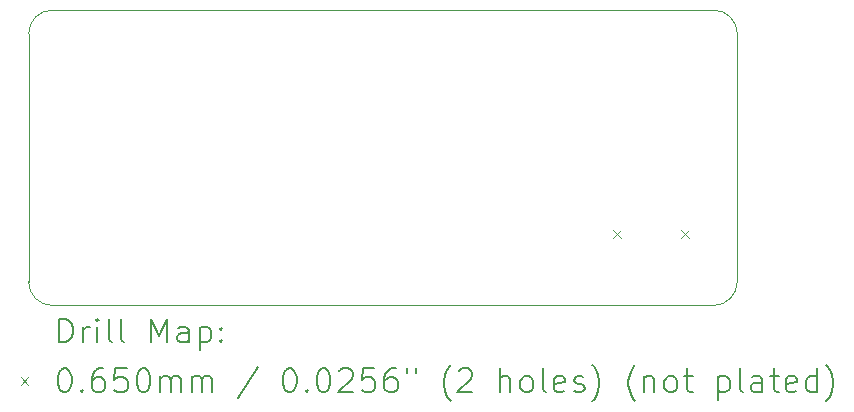
<source format=gbr>
%TF.GenerationSoftware,KiCad,Pcbnew,7.0.6-7.0.6~ubuntu22.04.1*%
%TF.CreationDate,2023-07-20T16:44:24-04:00*%
%TF.ProjectId,f1c_linux,6631635f-6c69-46e7-9578-2e6b69636164,1*%
%TF.SameCoordinates,Original*%
%TF.FileFunction,Drillmap*%
%TF.FilePolarity,Positive*%
%FSLAX45Y45*%
G04 Gerber Fmt 4.5, Leading zero omitted, Abs format (unit mm)*
G04 Created by KiCad (PCBNEW 7.0.6-7.0.6~ubuntu22.04.1) date 2023-07-20 16:44:24*
%MOMM*%
%LPD*%
G01*
G04 APERTURE LIST*
%ADD10C,0.038100*%
%ADD11C,0.200000*%
%ADD12C,0.065000*%
G04 APERTURE END LIST*
D10*
X11850000Y-4300000D02*
X11850000Y-4300000D01*
G75*
G02*
X12050000Y-4500000I0J-200000D01*
G01*
X12050000Y-6600000D01*
G75*
G02*
X11850000Y-6800000I-200000J0D01*
G01*
X6250000Y-6800000D01*
G75*
G02*
X6050000Y-6600000I0J200000D01*
G01*
X6050000Y-4500000D01*
G75*
G02*
X6250000Y-4300000I200000J0D01*
G01*
X11850000Y-4300000D01*
D11*
D12*
X10998500Y-6160500D02*
X11063500Y-6225500D01*
X11063500Y-6160500D02*
X10998500Y-6225500D01*
X11576500Y-6160500D02*
X11641500Y-6225500D01*
X11641500Y-6160500D02*
X11576500Y-6225500D01*
D11*
X6308872Y-7113389D02*
X6308872Y-6913389D01*
X6308872Y-6913389D02*
X6356491Y-6913389D01*
X6356491Y-6913389D02*
X6385062Y-6922913D01*
X6385062Y-6922913D02*
X6404110Y-6941960D01*
X6404110Y-6941960D02*
X6413634Y-6961008D01*
X6413634Y-6961008D02*
X6423157Y-6999103D01*
X6423157Y-6999103D02*
X6423157Y-7027674D01*
X6423157Y-7027674D02*
X6413634Y-7065770D01*
X6413634Y-7065770D02*
X6404110Y-7084817D01*
X6404110Y-7084817D02*
X6385062Y-7103865D01*
X6385062Y-7103865D02*
X6356491Y-7113389D01*
X6356491Y-7113389D02*
X6308872Y-7113389D01*
X6508872Y-7113389D02*
X6508872Y-6980055D01*
X6508872Y-7018151D02*
X6518396Y-6999103D01*
X6518396Y-6999103D02*
X6527919Y-6989579D01*
X6527919Y-6989579D02*
X6546967Y-6980055D01*
X6546967Y-6980055D02*
X6566015Y-6980055D01*
X6632681Y-7113389D02*
X6632681Y-6980055D01*
X6632681Y-6913389D02*
X6623157Y-6922913D01*
X6623157Y-6922913D02*
X6632681Y-6932436D01*
X6632681Y-6932436D02*
X6642205Y-6922913D01*
X6642205Y-6922913D02*
X6632681Y-6913389D01*
X6632681Y-6913389D02*
X6632681Y-6932436D01*
X6756491Y-7113389D02*
X6737443Y-7103865D01*
X6737443Y-7103865D02*
X6727919Y-7084817D01*
X6727919Y-7084817D02*
X6727919Y-6913389D01*
X6861253Y-7113389D02*
X6842205Y-7103865D01*
X6842205Y-7103865D02*
X6832681Y-7084817D01*
X6832681Y-7084817D02*
X6832681Y-6913389D01*
X7089824Y-7113389D02*
X7089824Y-6913389D01*
X7089824Y-6913389D02*
X7156491Y-7056246D01*
X7156491Y-7056246D02*
X7223157Y-6913389D01*
X7223157Y-6913389D02*
X7223157Y-7113389D01*
X7404110Y-7113389D02*
X7404110Y-7008627D01*
X7404110Y-7008627D02*
X7394586Y-6989579D01*
X7394586Y-6989579D02*
X7375538Y-6980055D01*
X7375538Y-6980055D02*
X7337443Y-6980055D01*
X7337443Y-6980055D02*
X7318396Y-6989579D01*
X7404110Y-7103865D02*
X7385062Y-7113389D01*
X7385062Y-7113389D02*
X7337443Y-7113389D01*
X7337443Y-7113389D02*
X7318396Y-7103865D01*
X7318396Y-7103865D02*
X7308872Y-7084817D01*
X7308872Y-7084817D02*
X7308872Y-7065770D01*
X7308872Y-7065770D02*
X7318396Y-7046722D01*
X7318396Y-7046722D02*
X7337443Y-7037198D01*
X7337443Y-7037198D02*
X7385062Y-7037198D01*
X7385062Y-7037198D02*
X7404110Y-7027674D01*
X7499348Y-6980055D02*
X7499348Y-7180055D01*
X7499348Y-6989579D02*
X7518396Y-6980055D01*
X7518396Y-6980055D02*
X7556491Y-6980055D01*
X7556491Y-6980055D02*
X7575538Y-6989579D01*
X7575538Y-6989579D02*
X7585062Y-6999103D01*
X7585062Y-6999103D02*
X7594586Y-7018151D01*
X7594586Y-7018151D02*
X7594586Y-7075293D01*
X7594586Y-7075293D02*
X7585062Y-7094341D01*
X7585062Y-7094341D02*
X7575538Y-7103865D01*
X7575538Y-7103865D02*
X7556491Y-7113389D01*
X7556491Y-7113389D02*
X7518396Y-7113389D01*
X7518396Y-7113389D02*
X7499348Y-7103865D01*
X7680300Y-7094341D02*
X7689824Y-7103865D01*
X7689824Y-7103865D02*
X7680300Y-7113389D01*
X7680300Y-7113389D02*
X7670777Y-7103865D01*
X7670777Y-7103865D02*
X7680300Y-7094341D01*
X7680300Y-7094341D02*
X7680300Y-7113389D01*
X7680300Y-6989579D02*
X7689824Y-6999103D01*
X7689824Y-6999103D02*
X7680300Y-7008627D01*
X7680300Y-7008627D02*
X7670777Y-6999103D01*
X7670777Y-6999103D02*
X7680300Y-6989579D01*
X7680300Y-6989579D02*
X7680300Y-7008627D01*
D12*
X5983095Y-7409405D02*
X6048095Y-7474405D01*
X6048095Y-7409405D02*
X5983095Y-7474405D01*
D11*
X6346967Y-7333389D02*
X6366015Y-7333389D01*
X6366015Y-7333389D02*
X6385062Y-7342913D01*
X6385062Y-7342913D02*
X6394586Y-7352436D01*
X6394586Y-7352436D02*
X6404110Y-7371484D01*
X6404110Y-7371484D02*
X6413634Y-7409579D01*
X6413634Y-7409579D02*
X6413634Y-7457198D01*
X6413634Y-7457198D02*
X6404110Y-7495293D01*
X6404110Y-7495293D02*
X6394586Y-7514341D01*
X6394586Y-7514341D02*
X6385062Y-7523865D01*
X6385062Y-7523865D02*
X6366015Y-7533389D01*
X6366015Y-7533389D02*
X6346967Y-7533389D01*
X6346967Y-7533389D02*
X6327919Y-7523865D01*
X6327919Y-7523865D02*
X6318396Y-7514341D01*
X6318396Y-7514341D02*
X6308872Y-7495293D01*
X6308872Y-7495293D02*
X6299348Y-7457198D01*
X6299348Y-7457198D02*
X6299348Y-7409579D01*
X6299348Y-7409579D02*
X6308872Y-7371484D01*
X6308872Y-7371484D02*
X6318396Y-7352436D01*
X6318396Y-7352436D02*
X6327919Y-7342913D01*
X6327919Y-7342913D02*
X6346967Y-7333389D01*
X6499348Y-7514341D02*
X6508872Y-7523865D01*
X6508872Y-7523865D02*
X6499348Y-7533389D01*
X6499348Y-7533389D02*
X6489824Y-7523865D01*
X6489824Y-7523865D02*
X6499348Y-7514341D01*
X6499348Y-7514341D02*
X6499348Y-7533389D01*
X6680300Y-7333389D02*
X6642205Y-7333389D01*
X6642205Y-7333389D02*
X6623157Y-7342913D01*
X6623157Y-7342913D02*
X6613634Y-7352436D01*
X6613634Y-7352436D02*
X6594586Y-7381008D01*
X6594586Y-7381008D02*
X6585062Y-7419103D01*
X6585062Y-7419103D02*
X6585062Y-7495293D01*
X6585062Y-7495293D02*
X6594586Y-7514341D01*
X6594586Y-7514341D02*
X6604110Y-7523865D01*
X6604110Y-7523865D02*
X6623157Y-7533389D01*
X6623157Y-7533389D02*
X6661253Y-7533389D01*
X6661253Y-7533389D02*
X6680300Y-7523865D01*
X6680300Y-7523865D02*
X6689824Y-7514341D01*
X6689824Y-7514341D02*
X6699348Y-7495293D01*
X6699348Y-7495293D02*
X6699348Y-7447674D01*
X6699348Y-7447674D02*
X6689824Y-7428627D01*
X6689824Y-7428627D02*
X6680300Y-7419103D01*
X6680300Y-7419103D02*
X6661253Y-7409579D01*
X6661253Y-7409579D02*
X6623157Y-7409579D01*
X6623157Y-7409579D02*
X6604110Y-7419103D01*
X6604110Y-7419103D02*
X6594586Y-7428627D01*
X6594586Y-7428627D02*
X6585062Y-7447674D01*
X6880300Y-7333389D02*
X6785062Y-7333389D01*
X6785062Y-7333389D02*
X6775538Y-7428627D01*
X6775538Y-7428627D02*
X6785062Y-7419103D01*
X6785062Y-7419103D02*
X6804110Y-7409579D01*
X6804110Y-7409579D02*
X6851729Y-7409579D01*
X6851729Y-7409579D02*
X6870777Y-7419103D01*
X6870777Y-7419103D02*
X6880300Y-7428627D01*
X6880300Y-7428627D02*
X6889824Y-7447674D01*
X6889824Y-7447674D02*
X6889824Y-7495293D01*
X6889824Y-7495293D02*
X6880300Y-7514341D01*
X6880300Y-7514341D02*
X6870777Y-7523865D01*
X6870777Y-7523865D02*
X6851729Y-7533389D01*
X6851729Y-7533389D02*
X6804110Y-7533389D01*
X6804110Y-7533389D02*
X6785062Y-7523865D01*
X6785062Y-7523865D02*
X6775538Y-7514341D01*
X7013634Y-7333389D02*
X7032681Y-7333389D01*
X7032681Y-7333389D02*
X7051729Y-7342913D01*
X7051729Y-7342913D02*
X7061253Y-7352436D01*
X7061253Y-7352436D02*
X7070777Y-7371484D01*
X7070777Y-7371484D02*
X7080300Y-7409579D01*
X7080300Y-7409579D02*
X7080300Y-7457198D01*
X7080300Y-7457198D02*
X7070777Y-7495293D01*
X7070777Y-7495293D02*
X7061253Y-7514341D01*
X7061253Y-7514341D02*
X7051729Y-7523865D01*
X7051729Y-7523865D02*
X7032681Y-7533389D01*
X7032681Y-7533389D02*
X7013634Y-7533389D01*
X7013634Y-7533389D02*
X6994586Y-7523865D01*
X6994586Y-7523865D02*
X6985062Y-7514341D01*
X6985062Y-7514341D02*
X6975538Y-7495293D01*
X6975538Y-7495293D02*
X6966015Y-7457198D01*
X6966015Y-7457198D02*
X6966015Y-7409579D01*
X6966015Y-7409579D02*
X6975538Y-7371484D01*
X6975538Y-7371484D02*
X6985062Y-7352436D01*
X6985062Y-7352436D02*
X6994586Y-7342913D01*
X6994586Y-7342913D02*
X7013634Y-7333389D01*
X7166015Y-7533389D02*
X7166015Y-7400055D01*
X7166015Y-7419103D02*
X7175538Y-7409579D01*
X7175538Y-7409579D02*
X7194586Y-7400055D01*
X7194586Y-7400055D02*
X7223158Y-7400055D01*
X7223158Y-7400055D02*
X7242205Y-7409579D01*
X7242205Y-7409579D02*
X7251729Y-7428627D01*
X7251729Y-7428627D02*
X7251729Y-7533389D01*
X7251729Y-7428627D02*
X7261253Y-7409579D01*
X7261253Y-7409579D02*
X7280300Y-7400055D01*
X7280300Y-7400055D02*
X7308872Y-7400055D01*
X7308872Y-7400055D02*
X7327919Y-7409579D01*
X7327919Y-7409579D02*
X7337443Y-7428627D01*
X7337443Y-7428627D02*
X7337443Y-7533389D01*
X7432681Y-7533389D02*
X7432681Y-7400055D01*
X7432681Y-7419103D02*
X7442205Y-7409579D01*
X7442205Y-7409579D02*
X7461253Y-7400055D01*
X7461253Y-7400055D02*
X7489824Y-7400055D01*
X7489824Y-7400055D02*
X7508872Y-7409579D01*
X7508872Y-7409579D02*
X7518396Y-7428627D01*
X7518396Y-7428627D02*
X7518396Y-7533389D01*
X7518396Y-7428627D02*
X7527919Y-7409579D01*
X7527919Y-7409579D02*
X7546967Y-7400055D01*
X7546967Y-7400055D02*
X7575538Y-7400055D01*
X7575538Y-7400055D02*
X7594586Y-7409579D01*
X7594586Y-7409579D02*
X7604110Y-7428627D01*
X7604110Y-7428627D02*
X7604110Y-7533389D01*
X7994586Y-7323865D02*
X7823158Y-7581008D01*
X8251729Y-7333389D02*
X8270777Y-7333389D01*
X8270777Y-7333389D02*
X8289824Y-7342913D01*
X8289824Y-7342913D02*
X8299348Y-7352436D01*
X8299348Y-7352436D02*
X8308872Y-7371484D01*
X8308872Y-7371484D02*
X8318396Y-7409579D01*
X8318396Y-7409579D02*
X8318396Y-7457198D01*
X8318396Y-7457198D02*
X8308872Y-7495293D01*
X8308872Y-7495293D02*
X8299348Y-7514341D01*
X8299348Y-7514341D02*
X8289824Y-7523865D01*
X8289824Y-7523865D02*
X8270777Y-7533389D01*
X8270777Y-7533389D02*
X8251729Y-7533389D01*
X8251729Y-7533389D02*
X8232681Y-7523865D01*
X8232681Y-7523865D02*
X8223158Y-7514341D01*
X8223158Y-7514341D02*
X8213634Y-7495293D01*
X8213634Y-7495293D02*
X8204110Y-7457198D01*
X8204110Y-7457198D02*
X8204110Y-7409579D01*
X8204110Y-7409579D02*
X8213634Y-7371484D01*
X8213634Y-7371484D02*
X8223158Y-7352436D01*
X8223158Y-7352436D02*
X8232681Y-7342913D01*
X8232681Y-7342913D02*
X8251729Y-7333389D01*
X8404110Y-7514341D02*
X8413634Y-7523865D01*
X8413634Y-7523865D02*
X8404110Y-7533389D01*
X8404110Y-7533389D02*
X8394586Y-7523865D01*
X8394586Y-7523865D02*
X8404110Y-7514341D01*
X8404110Y-7514341D02*
X8404110Y-7533389D01*
X8537443Y-7333389D02*
X8556491Y-7333389D01*
X8556491Y-7333389D02*
X8575539Y-7342913D01*
X8575539Y-7342913D02*
X8585063Y-7352436D01*
X8585063Y-7352436D02*
X8594586Y-7371484D01*
X8594586Y-7371484D02*
X8604110Y-7409579D01*
X8604110Y-7409579D02*
X8604110Y-7457198D01*
X8604110Y-7457198D02*
X8594586Y-7495293D01*
X8594586Y-7495293D02*
X8585063Y-7514341D01*
X8585063Y-7514341D02*
X8575539Y-7523865D01*
X8575539Y-7523865D02*
X8556491Y-7533389D01*
X8556491Y-7533389D02*
X8537443Y-7533389D01*
X8537443Y-7533389D02*
X8518396Y-7523865D01*
X8518396Y-7523865D02*
X8508872Y-7514341D01*
X8508872Y-7514341D02*
X8499348Y-7495293D01*
X8499348Y-7495293D02*
X8489824Y-7457198D01*
X8489824Y-7457198D02*
X8489824Y-7409579D01*
X8489824Y-7409579D02*
X8499348Y-7371484D01*
X8499348Y-7371484D02*
X8508872Y-7352436D01*
X8508872Y-7352436D02*
X8518396Y-7342913D01*
X8518396Y-7342913D02*
X8537443Y-7333389D01*
X8680301Y-7352436D02*
X8689824Y-7342913D01*
X8689824Y-7342913D02*
X8708872Y-7333389D01*
X8708872Y-7333389D02*
X8756491Y-7333389D01*
X8756491Y-7333389D02*
X8775539Y-7342913D01*
X8775539Y-7342913D02*
X8785063Y-7352436D01*
X8785063Y-7352436D02*
X8794586Y-7371484D01*
X8794586Y-7371484D02*
X8794586Y-7390532D01*
X8794586Y-7390532D02*
X8785063Y-7419103D01*
X8785063Y-7419103D02*
X8670777Y-7533389D01*
X8670777Y-7533389D02*
X8794586Y-7533389D01*
X8975539Y-7333389D02*
X8880301Y-7333389D01*
X8880301Y-7333389D02*
X8870777Y-7428627D01*
X8870777Y-7428627D02*
X8880301Y-7419103D01*
X8880301Y-7419103D02*
X8899348Y-7409579D01*
X8899348Y-7409579D02*
X8946967Y-7409579D01*
X8946967Y-7409579D02*
X8966015Y-7419103D01*
X8966015Y-7419103D02*
X8975539Y-7428627D01*
X8975539Y-7428627D02*
X8985063Y-7447674D01*
X8985063Y-7447674D02*
X8985063Y-7495293D01*
X8985063Y-7495293D02*
X8975539Y-7514341D01*
X8975539Y-7514341D02*
X8966015Y-7523865D01*
X8966015Y-7523865D02*
X8946967Y-7533389D01*
X8946967Y-7533389D02*
X8899348Y-7533389D01*
X8899348Y-7533389D02*
X8880301Y-7523865D01*
X8880301Y-7523865D02*
X8870777Y-7514341D01*
X9156491Y-7333389D02*
X9118396Y-7333389D01*
X9118396Y-7333389D02*
X9099348Y-7342913D01*
X9099348Y-7342913D02*
X9089824Y-7352436D01*
X9089824Y-7352436D02*
X9070777Y-7381008D01*
X9070777Y-7381008D02*
X9061253Y-7419103D01*
X9061253Y-7419103D02*
X9061253Y-7495293D01*
X9061253Y-7495293D02*
X9070777Y-7514341D01*
X9070777Y-7514341D02*
X9080301Y-7523865D01*
X9080301Y-7523865D02*
X9099348Y-7533389D01*
X9099348Y-7533389D02*
X9137444Y-7533389D01*
X9137444Y-7533389D02*
X9156491Y-7523865D01*
X9156491Y-7523865D02*
X9166015Y-7514341D01*
X9166015Y-7514341D02*
X9175539Y-7495293D01*
X9175539Y-7495293D02*
X9175539Y-7447674D01*
X9175539Y-7447674D02*
X9166015Y-7428627D01*
X9166015Y-7428627D02*
X9156491Y-7419103D01*
X9156491Y-7419103D02*
X9137444Y-7409579D01*
X9137444Y-7409579D02*
X9099348Y-7409579D01*
X9099348Y-7409579D02*
X9080301Y-7419103D01*
X9080301Y-7419103D02*
X9070777Y-7428627D01*
X9070777Y-7428627D02*
X9061253Y-7447674D01*
X9251729Y-7333389D02*
X9251729Y-7371484D01*
X9327920Y-7333389D02*
X9327920Y-7371484D01*
X9623158Y-7609579D02*
X9613634Y-7600055D01*
X9613634Y-7600055D02*
X9594586Y-7571484D01*
X9594586Y-7571484D02*
X9585063Y-7552436D01*
X9585063Y-7552436D02*
X9575539Y-7523865D01*
X9575539Y-7523865D02*
X9566015Y-7476246D01*
X9566015Y-7476246D02*
X9566015Y-7438151D01*
X9566015Y-7438151D02*
X9575539Y-7390532D01*
X9575539Y-7390532D02*
X9585063Y-7361960D01*
X9585063Y-7361960D02*
X9594586Y-7342913D01*
X9594586Y-7342913D02*
X9613634Y-7314341D01*
X9613634Y-7314341D02*
X9623158Y-7304817D01*
X9689825Y-7352436D02*
X9699348Y-7342913D01*
X9699348Y-7342913D02*
X9718396Y-7333389D01*
X9718396Y-7333389D02*
X9766015Y-7333389D01*
X9766015Y-7333389D02*
X9785063Y-7342913D01*
X9785063Y-7342913D02*
X9794586Y-7352436D01*
X9794586Y-7352436D02*
X9804110Y-7371484D01*
X9804110Y-7371484D02*
X9804110Y-7390532D01*
X9804110Y-7390532D02*
X9794586Y-7419103D01*
X9794586Y-7419103D02*
X9680301Y-7533389D01*
X9680301Y-7533389D02*
X9804110Y-7533389D01*
X10042206Y-7533389D02*
X10042206Y-7333389D01*
X10127920Y-7533389D02*
X10127920Y-7428627D01*
X10127920Y-7428627D02*
X10118396Y-7409579D01*
X10118396Y-7409579D02*
X10099348Y-7400055D01*
X10099348Y-7400055D02*
X10070777Y-7400055D01*
X10070777Y-7400055D02*
X10051729Y-7409579D01*
X10051729Y-7409579D02*
X10042206Y-7419103D01*
X10251729Y-7533389D02*
X10232682Y-7523865D01*
X10232682Y-7523865D02*
X10223158Y-7514341D01*
X10223158Y-7514341D02*
X10213634Y-7495293D01*
X10213634Y-7495293D02*
X10213634Y-7438151D01*
X10213634Y-7438151D02*
X10223158Y-7419103D01*
X10223158Y-7419103D02*
X10232682Y-7409579D01*
X10232682Y-7409579D02*
X10251729Y-7400055D01*
X10251729Y-7400055D02*
X10280301Y-7400055D01*
X10280301Y-7400055D02*
X10299348Y-7409579D01*
X10299348Y-7409579D02*
X10308872Y-7419103D01*
X10308872Y-7419103D02*
X10318396Y-7438151D01*
X10318396Y-7438151D02*
X10318396Y-7495293D01*
X10318396Y-7495293D02*
X10308872Y-7514341D01*
X10308872Y-7514341D02*
X10299348Y-7523865D01*
X10299348Y-7523865D02*
X10280301Y-7533389D01*
X10280301Y-7533389D02*
X10251729Y-7533389D01*
X10432682Y-7533389D02*
X10413634Y-7523865D01*
X10413634Y-7523865D02*
X10404110Y-7504817D01*
X10404110Y-7504817D02*
X10404110Y-7333389D01*
X10585063Y-7523865D02*
X10566015Y-7533389D01*
X10566015Y-7533389D02*
X10527920Y-7533389D01*
X10527920Y-7533389D02*
X10508872Y-7523865D01*
X10508872Y-7523865D02*
X10499348Y-7504817D01*
X10499348Y-7504817D02*
X10499348Y-7428627D01*
X10499348Y-7428627D02*
X10508872Y-7409579D01*
X10508872Y-7409579D02*
X10527920Y-7400055D01*
X10527920Y-7400055D02*
X10566015Y-7400055D01*
X10566015Y-7400055D02*
X10585063Y-7409579D01*
X10585063Y-7409579D02*
X10594587Y-7428627D01*
X10594587Y-7428627D02*
X10594587Y-7447674D01*
X10594587Y-7447674D02*
X10499348Y-7466722D01*
X10670777Y-7523865D02*
X10689825Y-7533389D01*
X10689825Y-7533389D02*
X10727920Y-7533389D01*
X10727920Y-7533389D02*
X10746968Y-7523865D01*
X10746968Y-7523865D02*
X10756491Y-7504817D01*
X10756491Y-7504817D02*
X10756491Y-7495293D01*
X10756491Y-7495293D02*
X10746968Y-7476246D01*
X10746968Y-7476246D02*
X10727920Y-7466722D01*
X10727920Y-7466722D02*
X10699348Y-7466722D01*
X10699348Y-7466722D02*
X10680301Y-7457198D01*
X10680301Y-7457198D02*
X10670777Y-7438151D01*
X10670777Y-7438151D02*
X10670777Y-7428627D01*
X10670777Y-7428627D02*
X10680301Y-7409579D01*
X10680301Y-7409579D02*
X10699348Y-7400055D01*
X10699348Y-7400055D02*
X10727920Y-7400055D01*
X10727920Y-7400055D02*
X10746968Y-7409579D01*
X10823158Y-7609579D02*
X10832682Y-7600055D01*
X10832682Y-7600055D02*
X10851729Y-7571484D01*
X10851729Y-7571484D02*
X10861253Y-7552436D01*
X10861253Y-7552436D02*
X10870777Y-7523865D01*
X10870777Y-7523865D02*
X10880301Y-7476246D01*
X10880301Y-7476246D02*
X10880301Y-7438151D01*
X10880301Y-7438151D02*
X10870777Y-7390532D01*
X10870777Y-7390532D02*
X10861253Y-7361960D01*
X10861253Y-7361960D02*
X10851729Y-7342913D01*
X10851729Y-7342913D02*
X10832682Y-7314341D01*
X10832682Y-7314341D02*
X10823158Y-7304817D01*
X11185063Y-7609579D02*
X11175539Y-7600055D01*
X11175539Y-7600055D02*
X11156491Y-7571484D01*
X11156491Y-7571484D02*
X11146968Y-7552436D01*
X11146968Y-7552436D02*
X11137444Y-7523865D01*
X11137444Y-7523865D02*
X11127920Y-7476246D01*
X11127920Y-7476246D02*
X11127920Y-7438151D01*
X11127920Y-7438151D02*
X11137444Y-7390532D01*
X11137444Y-7390532D02*
X11146968Y-7361960D01*
X11146968Y-7361960D02*
X11156491Y-7342913D01*
X11156491Y-7342913D02*
X11175539Y-7314341D01*
X11175539Y-7314341D02*
X11185063Y-7304817D01*
X11261253Y-7400055D02*
X11261253Y-7533389D01*
X11261253Y-7419103D02*
X11270777Y-7409579D01*
X11270777Y-7409579D02*
X11289825Y-7400055D01*
X11289825Y-7400055D02*
X11318396Y-7400055D01*
X11318396Y-7400055D02*
X11337444Y-7409579D01*
X11337444Y-7409579D02*
X11346967Y-7428627D01*
X11346967Y-7428627D02*
X11346967Y-7533389D01*
X11470777Y-7533389D02*
X11451729Y-7523865D01*
X11451729Y-7523865D02*
X11442206Y-7514341D01*
X11442206Y-7514341D02*
X11432682Y-7495293D01*
X11432682Y-7495293D02*
X11432682Y-7438151D01*
X11432682Y-7438151D02*
X11442206Y-7419103D01*
X11442206Y-7419103D02*
X11451729Y-7409579D01*
X11451729Y-7409579D02*
X11470777Y-7400055D01*
X11470777Y-7400055D02*
X11499348Y-7400055D01*
X11499348Y-7400055D02*
X11518396Y-7409579D01*
X11518396Y-7409579D02*
X11527920Y-7419103D01*
X11527920Y-7419103D02*
X11537444Y-7438151D01*
X11537444Y-7438151D02*
X11537444Y-7495293D01*
X11537444Y-7495293D02*
X11527920Y-7514341D01*
X11527920Y-7514341D02*
X11518396Y-7523865D01*
X11518396Y-7523865D02*
X11499348Y-7533389D01*
X11499348Y-7533389D02*
X11470777Y-7533389D01*
X11594587Y-7400055D02*
X11670777Y-7400055D01*
X11623158Y-7333389D02*
X11623158Y-7504817D01*
X11623158Y-7504817D02*
X11632682Y-7523865D01*
X11632682Y-7523865D02*
X11651729Y-7533389D01*
X11651729Y-7533389D02*
X11670777Y-7533389D01*
X11889825Y-7400055D02*
X11889825Y-7600055D01*
X11889825Y-7409579D02*
X11908872Y-7400055D01*
X11908872Y-7400055D02*
X11946968Y-7400055D01*
X11946968Y-7400055D02*
X11966015Y-7409579D01*
X11966015Y-7409579D02*
X11975539Y-7419103D01*
X11975539Y-7419103D02*
X11985063Y-7438151D01*
X11985063Y-7438151D02*
X11985063Y-7495293D01*
X11985063Y-7495293D02*
X11975539Y-7514341D01*
X11975539Y-7514341D02*
X11966015Y-7523865D01*
X11966015Y-7523865D02*
X11946968Y-7533389D01*
X11946968Y-7533389D02*
X11908872Y-7533389D01*
X11908872Y-7533389D02*
X11889825Y-7523865D01*
X12099348Y-7533389D02*
X12080301Y-7523865D01*
X12080301Y-7523865D02*
X12070777Y-7504817D01*
X12070777Y-7504817D02*
X12070777Y-7333389D01*
X12261253Y-7533389D02*
X12261253Y-7428627D01*
X12261253Y-7428627D02*
X12251729Y-7409579D01*
X12251729Y-7409579D02*
X12232682Y-7400055D01*
X12232682Y-7400055D02*
X12194587Y-7400055D01*
X12194587Y-7400055D02*
X12175539Y-7409579D01*
X12261253Y-7523865D02*
X12242206Y-7533389D01*
X12242206Y-7533389D02*
X12194587Y-7533389D01*
X12194587Y-7533389D02*
X12175539Y-7523865D01*
X12175539Y-7523865D02*
X12166015Y-7504817D01*
X12166015Y-7504817D02*
X12166015Y-7485770D01*
X12166015Y-7485770D02*
X12175539Y-7466722D01*
X12175539Y-7466722D02*
X12194587Y-7457198D01*
X12194587Y-7457198D02*
X12242206Y-7457198D01*
X12242206Y-7457198D02*
X12261253Y-7447674D01*
X12327920Y-7400055D02*
X12404110Y-7400055D01*
X12356491Y-7333389D02*
X12356491Y-7504817D01*
X12356491Y-7504817D02*
X12366015Y-7523865D01*
X12366015Y-7523865D02*
X12385063Y-7533389D01*
X12385063Y-7533389D02*
X12404110Y-7533389D01*
X12546968Y-7523865D02*
X12527920Y-7533389D01*
X12527920Y-7533389D02*
X12489825Y-7533389D01*
X12489825Y-7533389D02*
X12470777Y-7523865D01*
X12470777Y-7523865D02*
X12461253Y-7504817D01*
X12461253Y-7504817D02*
X12461253Y-7428627D01*
X12461253Y-7428627D02*
X12470777Y-7409579D01*
X12470777Y-7409579D02*
X12489825Y-7400055D01*
X12489825Y-7400055D02*
X12527920Y-7400055D01*
X12527920Y-7400055D02*
X12546968Y-7409579D01*
X12546968Y-7409579D02*
X12556491Y-7428627D01*
X12556491Y-7428627D02*
X12556491Y-7447674D01*
X12556491Y-7447674D02*
X12461253Y-7466722D01*
X12727920Y-7533389D02*
X12727920Y-7333389D01*
X12727920Y-7523865D02*
X12708872Y-7533389D01*
X12708872Y-7533389D02*
X12670777Y-7533389D01*
X12670777Y-7533389D02*
X12651729Y-7523865D01*
X12651729Y-7523865D02*
X12642206Y-7514341D01*
X12642206Y-7514341D02*
X12632682Y-7495293D01*
X12632682Y-7495293D02*
X12632682Y-7438151D01*
X12632682Y-7438151D02*
X12642206Y-7419103D01*
X12642206Y-7419103D02*
X12651729Y-7409579D01*
X12651729Y-7409579D02*
X12670777Y-7400055D01*
X12670777Y-7400055D02*
X12708872Y-7400055D01*
X12708872Y-7400055D02*
X12727920Y-7409579D01*
X12804110Y-7609579D02*
X12813634Y-7600055D01*
X12813634Y-7600055D02*
X12832682Y-7571484D01*
X12832682Y-7571484D02*
X12842206Y-7552436D01*
X12842206Y-7552436D02*
X12851729Y-7523865D01*
X12851729Y-7523865D02*
X12861253Y-7476246D01*
X12861253Y-7476246D02*
X12861253Y-7438151D01*
X12861253Y-7438151D02*
X12851729Y-7390532D01*
X12851729Y-7390532D02*
X12842206Y-7361960D01*
X12842206Y-7361960D02*
X12832682Y-7342913D01*
X12832682Y-7342913D02*
X12813634Y-7314341D01*
X12813634Y-7314341D02*
X12804110Y-7304817D01*
M02*

</source>
